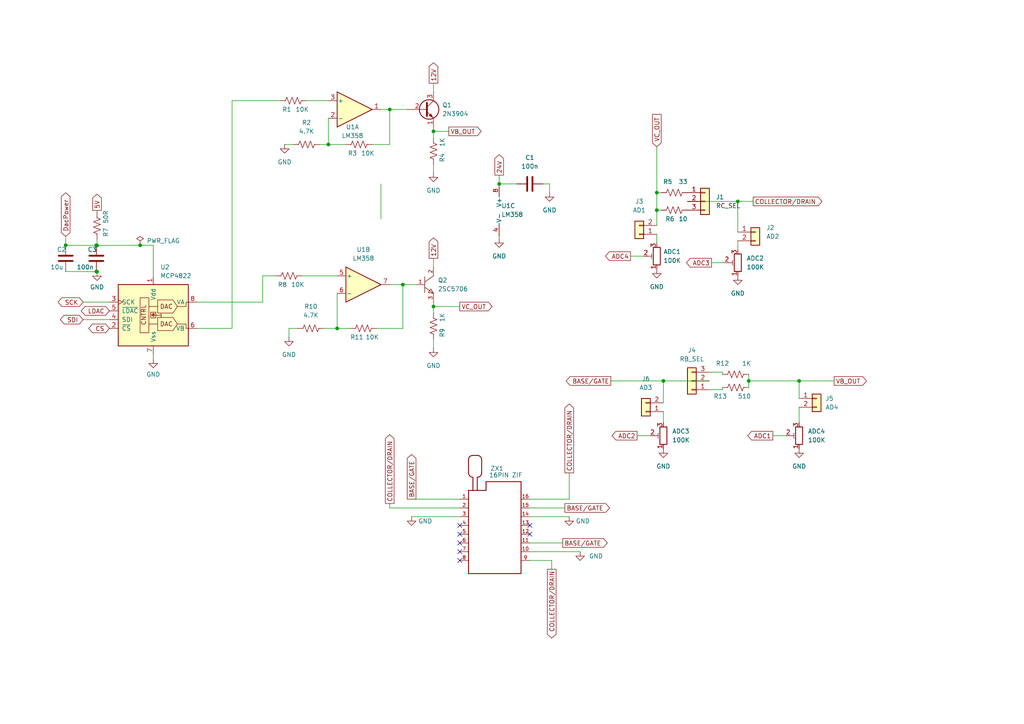
<source format=kicad_sch>
(kicad_sch (version 20211123) (generator eeschema)
  (paper "A4")
  (lib_symbols
    (symbol "Amplifier_Operational:LM358" (pin_names (offset 0.127))
      (property "Reference" "U" (at 0 5.08 0))
      (property "Value" "LM358" (at 0 -5.08 0))
      (symbol "LM358_1_1"
        (polyline (pts (xy -5.08 5.08) (xy 5.08 0) (xy -5.08 -5.08) (xy -5.08 5.08)) (stroke (width 0.254)) (fill (type background)))
        (pin output line (at 7.62 0 180) (length 2.54) (name "~") (number "1"))
        (pin input line (at -7.62 -2.54 0) (length 2.54) (name "-") (number "2"))
        (pin input line (at -7.62 2.54 0) (length 2.54) (name "+") (number "3"))
      )
      (symbol "LM358_2_1"
        (polyline (pts (xy -5.08 5.08) (xy 5.08 0) (xy -5.08 -5.08) (xy -5.08 5.08)) (stroke (width 0.254)) (fill (type background)))
        (pin input line (at -7.62 2.54 0) (length 2.54) (name "+") (number "5"))
        (pin input line (at -7.62 -2.54 0) (length 2.54) (name "-") (number "6"))
        (pin output line (at 7.62 0 180) (length 2.54) (name "~") (number "7"))
      )
      (symbol "LM358_3_1"
        (pin power_in line (at -2.54 -7.62 90) (length 3.81) (name "V-") (number "4"))
        (pin power_in line (at -2.54 7.62 270) (length 3.81) (name "V+") (number "8"))
      )
    )
    (symbol "Analog_DAC:MCP4822" (pin_names (offset 1.016))
      (property "Reference" "U" (at -2.54 10.795 0))
      (property "Value" "MCP4822" (at -2.54 8.89 0))
      (symbol "MCP4822_0_0"
        (polyline (pts (xy 0 -1.778) (xy 0 -0.635)))
        (polyline (pts (xy 0.381 -0.889) (xy 0.508 -0.762)))
        (polyline (pts (xy 2.286 -1.143) (xy 2.286 -1.905)))
        (polyline (pts (xy 0.381 -0.889) (xy -0.381 -0.889) (xy -0.508 -1.016)))
        (polyline (pts (xy 0.762 -1.27) (xy 2.286 -1.27) (xy 2.286 -0.762)))
        (polyline (pts (xy 0 -0.889) (xy 0.508 -1.397) (xy -0.508 -1.397) (xy 0 -0.889)))
        (polyline (pts (xy 6.985 -3.81) (xy 9.525 -3.81) (xy 9.525 -5.08) (xy 10.16 -5.08)))
        (polyline (pts (xy 6.985 1.27) (xy 9.525 1.27) (xy 9.525 2.54) (xy 10.16 2.54)))
        (rectangle (start 0.762 -0.381) (end -0.762 -2.032))
        (text "CNTRL" (at -2.032 -4.191 900) (effects (font (size 1.27 1.27)) (justify left bottom)))
        (text "DAC" (at 3.81 -3.81 0) (effects (font (size 1.27 1.27))))
        (text "DAC" (at 3.81 1.27 0) (effects (font (size 1.27 1.27))))
      )
      (symbol "MCP4822_0_1"
        (rectangle (start -10.16 7.62) (end 10.16 -10.16) (stroke (width 0.254)) (fill (type background)))
        (rectangle (start -1.27 -6.35) (end -3.81 3.81))
        (polyline (pts (xy 1.27 -3.81) (xy -1.27 -3.81)))
        (polyline (pts (xy 1.27 1.27) (xy -1.27 1.27)))
        (polyline (pts (xy 6.985 -3.81) (xy 5.715 -1.905) (xy 1.27 -1.905) (xy 1.27 -5.715) (xy 5.715 -5.715) (xy 6.985 -3.81)))
        (polyline (pts (xy 6.985 1.27) (xy 5.715 3.175) (xy 1.27 3.175) (xy 1.27 -0.635) (xy 5.715 -0.635) (xy 6.985 1.27)))
      )
      (symbol "MCP4822_1_1"
        (pin power_in line (at 0 10.16 270) (length 2.54) (name "Vdd") (number "1"))
        (pin input line (at -12.7 -5.08 0) (length 2.54) (name "~{CS}") (number "2"))
        (pin input clock (at -12.7 2.54 0) (length 2.54) (name "SCK") (number "3"))
        (pin input line (at -12.7 -2.54 0) (length 2.54) (name "SDI") (number "4"))
        (pin input line (at -12.7 0 0) (length 2.54) (name "~{LDAC}") (number "5"))
        (pin output line (at 12.7 -5.08 180) (length 2.54) (name "VB") (number "6"))
        (pin power_in line (at 0 -12.7 90) (length 2.54) (name "Vss") (number "7"))
        (pin output line (at 12.7 2.54 180) (length 2.54) (name "VA") (number "8"))
      )
    )
    (symbol "Connector_Generic:Conn_01x02" (pin_names (offset 1.016) hide)
      (property "Reference" "J" (at 0 2.54 0))
      (property "Value" "Conn_01x02" (at 0 -5.08 0))
      (symbol "Conn_01x02_1_1"
        (rectangle (start -1.27 -2.413) (end 0 -2.667) (stroke (width 0.1524)))
        (rectangle (start -1.27 0.127) (end 0 -0.127) (stroke (width 0.1524)))
        (rectangle (start -1.27 1.27) (end 1.27 -3.81) (stroke (width 0.254)) (fill (type background)))
        (pin passive line (at -5.08 0 0) (length 3.81) (name "Pin_1") (number "1"))
        (pin passive line (at -5.08 -2.54 0) (length 3.81) (name "Pin_2") (number "2"))
      )
    )
    (symbol "Connector_Generic:Conn_01x03" (pin_names (offset 1.016) hide)
      (property "Reference" "J" (at 0 5.08 0))
      (property "Value" "Conn_01x03" (at 0 -5.08 0))
      (symbol "Conn_01x03_1_1"
        (rectangle (start -1.27 -2.413) (end 0 -2.667) (stroke (width 0.1524)))
        (rectangle (start -1.27 0.127) (end 0 -0.127) (stroke (width 0.1524)))
        (rectangle (start -1.27 2.667) (end 0 2.413) (stroke (width 0.1524)))
        (rectangle (start -1.27 3.81) (end 1.27 -3.81) (stroke (width 0.254)) (fill (type background)))
        (pin passive line (at -5.08 2.54 0) (length 3.81) (name "Pin_1") (number "1"))
        (pin passive line (at -5.08 0 0) (length 3.81) (name "Pin_2") (number "2"))
        (pin passive line (at -5.08 -2.54 0) (length 3.81) (name "Pin_3") (number "3"))
      )
    )
    (symbol "Custom_RF:16Pin ZIF" (pin_names (offset 1.016))
      (property "Reference" "ZX" (at 0 13.97 0))
      (property "Value" "16Pin ZIF" (at -7.62 -17.78 0))
      (symbol "16Pin ZIF_0_0"
        (arc (start -7.62 15.24) (mid -7.248 14.342) (end -6.35 13.97) (stroke (width 0.254)))
        (arc (start -6.35 20.32) (mid -7.248 19.948) (end -7.62 19.05) (stroke (width 0.254)))
        (arc (start -5.08 13.97) (mid -4.182 14.342) (end -3.81 15.24) (stroke (width 0.254)))
        (arc (start -3.81 19.05) (mid -4.182 19.948) (end -5.08 20.32) (stroke (width 0.254)))
        (polyline (pts (xy -7.62 -13.97) (xy 7.62 -13.97)) (stroke (width 0.254)))
        (polyline (pts (xy -7.62 10.16) (xy -7.62 -13.97)) (stroke (width 0.254)))
        (polyline (pts (xy -7.62 15.24) (xy -7.62 19.05)) (stroke (width 0.254)))
        (polyline (pts (xy -6.35 10.16) (xy -7.62 10.16)) (stroke (width 0.254)))
        (polyline (pts (xy -6.35 10.16) (xy -6.35 13.97)) (stroke (width 0.254)))
        (polyline (pts (xy -6.35 20.32) (xy -5.08 20.32)) (stroke (width 0.254)))
        (polyline (pts (xy -5.08 10.16) (xy -6.35 10.16)) (stroke (width 0.254)))
        (polyline (pts (xy -5.08 13.97) (xy -5.08 10.16)) (stroke (width 0.254)))
        (polyline (pts (xy -3.81 19.05) (xy -3.81 15.24)) (stroke (width 0.254)))
        (polyline (pts (xy -2.54 10.16) (xy -5.08 10.16)) (stroke (width 0.254)))
        (polyline (pts (xy -2.54 12.7) (xy -2.54 10.16)) (stroke (width 0.254)))
        (polyline (pts (xy 7.62 -13.97) (xy 7.62 12.7)) (stroke (width 0.254)))
        (polyline (pts (xy 7.62 12.7) (xy -2.54 12.7)) (stroke (width 0.254)))
        (pin passive line (at -10.16 7.62 0) (length 2.54) (name "~") (number "1"))
        (pin passive line (at 10.16 -7.62 180) (length 2.54) (name "~") (number "10"))
        (pin passive line (at 10.16 -5.08 180) (length 2.54) (name "~") (number "11"))
        (pin passive line (at 10.16 -2.54 180) (length 2.54) (name "~") (number "12"))
        (pin passive line (at 10.16 0 180) (length 2.54) (name "~") (number "13"))
        (pin passive line (at 10.16 2.54 180) (length 2.54) (name "~") (number "14"))
        (pin passive line (at 10.16 5.08 180) (length 2.54) (name "~") (number "15"))
        (pin passive line (at 10.16 7.62 180) (length 2.54) (name "~") (number "16"))
        (pin passive line (at -10.16 5.08 0) (length 2.54) (name "~") (number "2"))
        (pin passive line (at -10.16 2.54 0) (length 2.54) (name "~") (number "3"))
        (pin passive line (at -10.16 0 0) (length 2.54) (name "~") (number "4"))
        (pin passive line (at -10.16 -2.54 0) (length 2.54) (name "~") (number "5"))
        (pin passive line (at -10.16 -5.08 0) (length 2.54) (name "~") (number "6"))
        (pin passive line (at -10.16 -7.62 0) (length 2.54) (name "~") (number "7"))
        (pin passive line (at -10.16 -10.16 0) (length 2.54) (name "~") (number "8"))
        (pin passive line (at 10.16 -10.16 180) (length 2.54) (name "~") (number "9"))
      )
    )
    (symbol "Custom_RF:2SC5706-E" (pin_names (offset 1.016))
      (property "Reference" "Q" (at 0 7.62 0))
      (property "Value" "2SC5706-E" (at 0 10.16 0))
      (symbol "2SC5706-E_1_1"
        (polyline (pts (xy 2.54 -0.762) (xy 5.08 -2.54)))
        (polyline (pts (xy 2.54 2.286) (xy 2.54 -2.286)))
        (polyline (pts (xy 5.08 2.54) (xy 2.54 0.762)))
        (polyline (pts (xy 4.318 -1.27) (xy 3.556 -2.286) (xy 5.08 -2.54) (xy 4.318 -1.27)))
        (pin passive line (at 0 0 0) (length 2.54) (name "B") (number "1"))
        (pin passive line (at 5.08 5.08 270) (length 2.54) (name "C") (number "2"))
        (pin passive line (at 5.08 -5.08 90) (length 2.54) (name "E") (number "3"))
      )
    )
    (symbol "Device:C" (pin_numbers hide) (pin_names (offset 0.254))
      (property "Reference" "C" (at 0.635 2.54 0))
      (property "Value" "C" (at 0.635 -2.54 0))
      (symbol "C_0_1"
        (polyline (pts (xy -2.032 -0.762) (xy 2.032 -0.762)) (stroke (width 0.508)))
        (polyline (pts (xy -2.032 0.762) (xy 2.032 0.762)) (stroke (width 0.508)))
      )
      (symbol "C_1_1"
        (pin passive line (at 0 3.81 270) (length 2.794) (name "~") (number "1"))
        (pin passive line (at 0 -3.81 90) (length 2.794) (name "~") (number "2"))
      )
    )
    (symbol "Device:R_Potentiometer_Trim" (pin_names (offset 1.016) hide)
      (property "Reference" "RV" (at -4.445 0 90))
      (property "Value" "R_Potentiometer_Trim" (at -2.54 0 90))
      (symbol "R_Potentiometer_Trim_0_1"
        (polyline (pts (xy 1.524 0.762) (xy 1.524 -0.762)))
        (polyline (pts (xy 2.54 0) (xy 1.524 0)))
        (rectangle (start 1.016 2.54) (end -1.016 -2.54) (stroke (width 0.254)))
      )
      (symbol "R_Potentiometer_Trim_1_1"
        (pin passive line (at 0 3.81 270) (length 1.27) (name "1") (number "1"))
        (pin passive line (at 3.81 0 180) (length 1.27) (name "2") (number "2"))
        (pin passive line (at 0 -3.81 90) (length 1.27) (name "3") (number "3"))
      )
    )
    (symbol "Device:R_US" (pin_numbers hide) (pin_names (offset 0))
      (property "Reference" "R" (at 2.54 0 90))
      (property "Value" "R_US" (at -2.54 0 90))
      (symbol "R_US_0_1"
        (polyline (pts (xy 0 -2.286) (xy 0 -2.54)))
        (polyline (pts (xy 0 2.286) (xy 0 2.54)))
        (polyline (pts (xy 0 -0.762) (xy 1.016 -1.143) (xy 0 -1.524) (xy -1.016 -1.905) (xy 0 -2.286)))
        (polyline (pts (xy 0 0.762) (xy 1.016 0.381) (xy 0 0) (xy -1.016 -0.381) (xy 0 -0.762)))
        (polyline (pts (xy 0 2.286) (xy 1.016 1.905) (xy 0 1.524) (xy -1.016 1.143) (xy 0 0.762)))
      )
      (symbol "R_US_1_1"
        (pin passive line (at 0 3.81 270) (length 1.27) (name "~") (number "1"))
        (pin passive line (at 0 -3.81 90) (length 1.27) (name "~") (number "2"))
      )
    )
    (symbol "Transistor_BJT:2N3904" (pin_names (offset 0) hide)
      (property "Reference" "Q" (at 5.08 1.905 0))
      (property "Value" "2N3904" (at 5.08 0 0))
      (symbol "2N3904_0_1"
        (polyline (pts (xy 0.635 0.635) (xy 2.54 2.54)))
        (polyline (pts (xy 0.635 -0.635) (xy 2.54 -2.54) (xy 2.54 -2.54)))
        (polyline (pts (xy 0.635 1.905) (xy 0.635 -1.905) (xy 0.635 -1.905)) (stroke (width 0.508)))
        (polyline (pts (xy 1.27 -1.778) (xy 1.778 -1.27) (xy 2.286 -2.286) (xy 1.27 -1.778) (xy 1.27 -1.778)) (fill (type outline)))
        (circle (center 1.27 0) (radius 2.8194) (stroke (width 0.254)))
      )
      (symbol "2N3904_1_1"
        (pin passive line (at 2.54 -5.08 90) (length 2.54) (name "E") (number "1"))
        (pin passive line (at -5.08 0 0) (length 5.715) (name "B") (number "2"))
        (pin passive line (at 2.54 5.08 270) (length 2.54) (name "C") (number "3"))
      )
    )
    (symbol "power:GND" (power) (pin_names (offset 0))
      (property "Value" "GND" (at 0 -3.81 0))
      (symbol "GND_0_1"
        (polyline (pts (xy 0 0) (xy 0 -1.27) (xy 1.27 -1.27) (xy 0 -2.54) (xy -1.27 -1.27) (xy 0 -1.27)))
      )
      (symbol "GND_1_1"
        (pin power_in line (at 0 0 270) (length 0) hide (name "GND") (number "1"))
      )
    )
    (symbol "power:PWR_FLAG" (power) (pin_numbers hide) (pin_names (offset 0) hide)
      (property "Value" "PWR_FLAG" (at 0 3.81 0))
      (symbol "PWR_FLAG_0_0"
        (pin power_out line (at 0 0 90) (length 0) (name "pwr") (number "1"))
      )
      (symbol "PWR_FLAG_0_1"
        (polyline (pts (xy 0 0) (xy 0 1.27) (xy -1.016 1.905) (xy 0 2.54) (xy 1.016 1.905) (xy 0 1.27)))
      )
    )
  )
  (junction (at 190.5 60.96))
  (junction (at 27.94 78.74))
  (junction (at 144.78 53.34))
  (junction (at 95.25 41.91))
  (junction (at 116.84 82.55))
  (junction (at 27.94 71.12))
  (junction (at 125.73 88.9))
  (junction (at 28.1432 78.8162))
  (junction (at 28.1432 71.1962))
  (junction (at 192.405 110.49))
  (junction (at 19.05 71.12))
  (junction (at 125.73 38.1))
  (junction (at 190.5 55.88))
  (junction (at 97.79 95.25))
  (junction (at 231.775 110.49))
  (junction (at 40.64 71.12))
  (junction (at 113.03 31.75))
  (junction (at 213.995 58.42))
  (junction (at 217.17 110.49))
  (no_connect (at 153.67 152.4))
  (no_connect (at 133.35 160.02))
  (no_connect (at 133.35 157.48))
  (no_connect (at 133.35 162.56))
  (no_connect (at 153.67 154.94))
  (no_connect (at 133.35 152.4))
  (no_connect (at 133.35 154.94))
  (wire (pts (xy 192.405 119.38) (xy 192.405 122.555)))
  (wire (pts (xy 95.25 41.91) (xy 100.33 41.91)))
  (wire (pts (xy 165.1 144.78) (xy 153.67 144.78)))
  (wire (pts (xy 113.03 82.55) (xy 116.84 82.55)))
  (wire (pts (xy 24.13 87.63) (xy 31.75 87.63)))
  (wire (pts (xy 67.31 29.21) (xy 67.31 95.25)))
  (wire (pts (xy 27.94 71.12) (xy 28.1432 71.1962)))
  (wire (pts (xy 177.165 110.49) (xy 192.405 110.49)))
  (wire (pts (xy 97.79 85.09) (xy 97.79 95.25)))
  (wire (pts (xy 125.73 87.63) (xy 125.73 88.9)))
  (wire (pts (xy 159.385 53.34) (xy 159.385 55.88)))
  (wire (pts (xy 119.38 144.78) (xy 133.35 144.78)))
  (wire (pts (xy 163.195 157.48) (xy 153.67 157.48)))
  (wire (pts (xy 149.86 53.34) (xy 144.78 53.34)))
  (wire (pts (xy 190.5 55.88) (xy 190.5 60.96)))
  (wire (pts (xy 144.78 68.58) (xy 144.78 69.215)))
  (wire (pts (xy 109.22 95.25) (xy 116.84 95.25)))
  (wire (pts (xy 113.03 41.91) (xy 107.95 41.91)))
  (wire (pts (xy 80.01 80.01) (xy 76.2 80.01)))
  (wire (pts (xy 163.83 147.32) (xy 153.67 147.32)))
  (wire (pts (xy 110.49 31.75) (xy 113.03 31.75)))
  (wire (pts (xy 213.995 58.42) (xy 213.995 67.31)))
  (wire (pts (xy 19.05 68.58) (xy 19.05 71.12)))
  (wire (pts (xy 205.74 107.95) (xy 209.55 107.95)))
  (wire (pts (xy 113.03 31.75) (xy 113.03 41.91)))
  (wire (pts (xy 125.73 36.83) (xy 125.73 38.1)))
  (wire (pts (xy 190.5 60.96) (xy 190.5 65.405)))
  (wire (pts (xy 95.25 34.29) (xy 95.25 41.91)))
  (wire (pts (xy 217.17 110.49) (xy 231.775 110.49)))
  (wire (pts (xy 209.55 113.03) (xy 209.55 112.395)))
  (wire (pts (xy 213.995 58.42) (xy 218.44 58.42)))
  (wire (pts (xy 125.73 38.1) (xy 130.175 38.1)))
  (wire (pts (xy 125.73 74.93) (xy 125.73 77.47)))
  (wire (pts (xy 57.15 87.63) (xy 76.2 87.63)))
  (wire (pts (xy 165.1 137.16) (xy 165.1 144.78)))
  (wire (pts (xy 119.38 149.86) (xy 133.35 149.86)))
  (wire (pts (xy 231.775 115.57) (xy 231.775 110.49)))
  (wire (pts (xy 192.405 110.49) (xy 205.74 110.49)))
  (wire (pts (xy 125.73 38.1) (xy 125.73 40.005)))
  (wire (pts (xy 125.73 47.625) (xy 125.73 50.165)))
  (wire (pts (xy 192.405 110.49) (xy 192.405 116.84)))
  (wire (pts (xy 86.36 95.25) (xy 83.82 95.25)))
  (wire (pts (xy 190.5 42.545) (xy 190.5 55.88)))
  (wire (pts (xy 116.84 82.55) (xy 120.65 82.55)))
  (wire (pts (xy 213.995 69.85) (xy 213.995 72.39)))
  (wire (pts (xy 88.9 29.21) (xy 95.25 29.21)))
  (wire (pts (xy 28.1432 71.1962) (xy 40.64 71.12)))
  (wire (pts (xy 125.73 24.13) (xy 125.73 26.67)))
  (wire (pts (xy 28.1432 61.0362) (xy 28.1432 61.6712)))
  (wire (pts (xy 44.45 104.14) (xy 44.45 102.87)))
  (wire (pts (xy 165.1 149.86) (xy 153.67 149.86)))
  (wire (pts (xy 67.31 29.21) (xy 81.28 29.21)))
  (wire (pts (xy 83.82 95.25) (xy 83.82 97.79)))
  (wire (pts (xy 82.55 41.91) (xy 85.09 41.91)))
  (wire (pts (xy 113.03 146.05) (xy 113.03 147.32)))
  (wire (pts (xy 168.275 160.02) (xy 153.67 160.02)))
  (wire (pts (xy 44.45 80.01) (xy 44.45 71.12)))
  (wire (pts (xy 116.84 95.25) (xy 116.84 82.55)))
  (wire (pts (xy 205.74 113.03) (xy 209.55 113.03)))
  (wire (pts (xy 113.03 31.75) (xy 118.11 31.75)))
  (wire (pts (xy 110.49 53.34) (xy 110.49 63.5)))
  (wire (pts (xy 157.48 53.34) (xy 159.385 53.34)))
  (wire (pts (xy 92.71 41.91) (xy 95.25 41.91)))
  (wire (pts (xy 93.98 95.25) (xy 97.79 95.25)))
  (wire (pts (xy 153.67 162.56) (xy 160.02 162.56)))
  (wire (pts (xy 144.78 50.8) (xy 144.78 53.34)))
  (wire (pts (xy 125.73 88.9) (xy 133.35 88.9)))
  (wire (pts (xy 188.595 126.365) (xy 184.785 126.365)))
  (wire (pts (xy 113.03 147.32) (xy 133.35 147.32)))
  (wire (pts (xy 24.13 92.71) (xy 31.75 92.71)))
  (wire (pts (xy 231.775 110.49) (xy 241.935 110.49)))
  (wire (pts (xy 125.73 98.425) (xy 125.73 100.965)))
  (wire (pts (xy 97.79 95.25) (xy 101.6 95.25)))
  (wire (pts (xy 19.05 71.12) (xy 28.1432 71.1962)))
  (wire (pts (xy 28.1432 69.2912) (xy 28.1432 71.1962)))
  (wire (pts (xy 199.39 58.42) (xy 213.995 58.42)))
  (wire (pts (xy 209.55 107.95) (xy 209.55 108.585)))
  (wire (pts (xy 217.17 110.49) (xy 217.17 112.395)))
  (wire (pts (xy 231.775 122.555) (xy 231.775 118.11)))
  (wire (pts (xy 190.5 55.88) (xy 191.77 55.88)))
  (wire (pts (xy 227.965 126.365) (xy 224.155 126.365)))
  (wire (pts (xy 217.17 108.585) (xy 217.17 110.49)))
  (wire (pts (xy 190.5 67.945) (xy 190.5 70.485)))
  (wire (pts (xy 125.73 88.9) (xy 125.73 90.805)))
  (wire (pts (xy 160.02 162.56) (xy 160.02 165.1)))
  (wire (pts (xy 186.69 74.295) (xy 182.88 74.295)))
  (wire (pts (xy 76.2 80.01) (xy 76.2 87.63)))
  (wire (pts (xy 44.45 71.12) (xy 40.64 71.12)))
  (wire (pts (xy 19.05 78.74) (xy 28.1432 78.8162)))
  (wire (pts (xy 87.63 80.01) (xy 97.79 80.01)))
  (wire (pts (xy 67.31 95.25) (xy 57.15 95.25)))
  (wire (pts (xy 190.5 60.96) (xy 191.77 60.96)))
  (wire (pts (xy 27.94 78.74) (xy 28.1432 78.8162)))
  (wire (pts (xy 210.185 76.2) (xy 206.375 76.2)))
  (global_label "ADC1" (shape output) (at 224.155 126.365 180) (property "Intersheet References" "${INTERSHEET_REFS}" (effects hide)))
  (global_label "VB_OUT" (shape output) (at 130.175 38.1 0) (property "Intersheet References" "${INTERSHEET_REFS}" (effects hide)))
  (global_label "5V" (shape output) (at 28.1432 61.0362 90) (property "Intersheet References" "${INTERSHEET_REFS}" (effects hide)))
  (global_label "12V" (shape output) (at 125.73 74.93 90) (property "Intersheet References" "${INTERSHEET_REFS}" (effects hide)))
  (global_label "BASE{slash}GATE" (shape output) (at 163.83 147.32 0) (property "Intersheet References" "${INTERSHEET_REFS}" (effects hide)))
  (global_label "BASE{slash}GATE" (shape output) (at 163.195 157.48 0) (property "Intersheet References" "${INTERSHEET_REFS}" (effects hide)))
  (global_label "12V" (shape output) (at 125.73 24.13 90) (property "Intersheet References" "${INTERSHEET_REFS}" (effects hide)))
  (global_label "COLLECTOR{slash}DRAIN" (shape output) (at 218.44 58.42 0) (property "Intersheet References" "${INTERSHEET_REFS}" (effects hide)))
  (global_label "BASE{slash}GATE" (shape output) (at 177.165 110.49 180) (property "Intersheet References" "${INTERSHEET_REFS}" (effects hide)))
  (global_label "LDAC" (shape bidirectional) (at 31.75 90.17 180) (property "Intersheet References" "${INTERSHEET_REFS}" (effects hide)))
  (global_label "VC_OUT" (shape output) (at 133.35 88.9 0) (property "Intersheet References" "${INTERSHEET_REFS}" (effects hide)))
  (global_label "24V" (shape output) (at 144.78 50.8 90) (property "Intersheet References" "${INTERSHEET_REFS}" (effects hide)))
  (global_label "SCK" (shape bidirectional) (at 24.13 87.63 180) (property "Intersheet References" "${INTERSHEET_REFS}" (effects hide)))
  (global_label "ADC3" (shape output) (at 206.375 76.2 180) (property "Intersheet References" "${INTERSHEET_REFS}" (effects hide)))
  (global_label "COLLECTOR{slash}DRAIN" (shape output) (at 160.02 165.1 270) (property "Intersheet References" "${INTERSHEET_REFS}" (effects hide)))
  (global_label "VB_OUT" (shape output) (at 241.935 110.49 0) (property "Intersheet References" "${INTERSHEET_REFS}" (effects hide)))
  (global_label "ADC4" (shape output) (at 182.88 74.295 180) (property "Intersheet References" "${INTERSHEET_REFS}" (effects hide)))
  (global_label "COLLECTOR{slash}DRAIN" (shape output) (at 113.03 146.05 90) (property "Intersheet References" "${INTERSHEET_REFS}" (effects hide)))
  (global_label "CS" (shape bidirectional) (at 31.75 95.25 180) (property "Intersheet References" "${INTERSHEET_REFS}" (effects hide)))
  (global_label "SDI" (shape bidirectional) (at 24.13 92.71 180) (property "Intersheet References" "${INTERSHEET_REFS}" (effects hide)))
  (global_label "COLLECTOR{slash}DRAIN" (shape output) (at 165.1 137.16 90) (property "Intersheet References" "${INTERSHEET_REFS}" (effects hide)))
  (global_label "BASE{slash}GATE" (shape output) (at 119.38 144.78 90) (property "Intersheet References" "${INTERSHEET_REFS}" (effects hide)))
  (global_label "VC_OUT" (shape input) (at 190.5 42.545 90) (property "Intersheet References" "${INTERSHEET_REFS}" (effects hide)))
  (global_label "ADC2" (shape output) (at 184.785 126.365 180) (property "Intersheet References" "${INTERSHEET_REFS}" (effects hide)))
  (global_label "DacPower" (shape bidirectional) (at 19.05 68.58 90) (property "Intersheet References" "${INTERSHEET_REFS}" (effects hide)))
  (symbol (lib_id "Device:C") (at 27.94 74.93 180) (unit 1)
    (property "Reference" "C3" (at 25.4 72.39 0) (effects (justify right)))
    (property "Value" "100n" (at 22.225 77.47 0) (effects (justify right)))
    (property "Footprint" "Capacitor_SMD:C_1206_3216Metric" (effects hide))
  )
  (symbol (lib_id "Device:R_US") (at 105.41 95.25 90) (unit 1)
    (property "Reference" "R11" (at 103.505 97.79 90))
    (property "Value" "10K" (at 107.95 97.79 90))
    (property "Footprint" "Resistor_SMD:R_1206_3216Metric" (effects hide))
  )
  (symbol (lib_id "power:GND") (at 28.1432 78.8162 0) (unit 1)
    (property "Reference" "#PWR06" (effects hide))
    (property "Value" "GND" (at 28.1432 83.2612 0))
  )
  (symbol (lib_id "power:GND") (at 159.385 55.88 0) (unit 1)
    (property "Reference" "#PWR03" (effects hide))
    (property "Value" "GND" (at 159.385 60.96 0))
  )
  (symbol (lib_id "Device:R_US") (at 28.1432 65.4812 180) (unit 1)
    (property "Reference" "R7" (at 30.6832 67.3862 90))
    (property "Value" "50R" (at 30.6832 62.9412 90))
    (property "Footprint" "Resistor_SMD:R_1206_3216Metric" (effects hide))
  )
  (symbol (lib_id "Device:R_US") (at 213.36 108.585 90) (unit 1)
    (property "Reference" "R12" (at 209.55 105.41 90))
    (property "Value" "1K" (at 216.535 105.41 90))
    (property "Footprint" "Resistor_SMD:R_1206_3216Metric" (effects hide))
  )
  (symbol (lib_id "Connector_Generic:Conn_01x02") (at 219.075 67.31 0) (unit 1)
    (property "Reference" "J2" (at 222.25 66.0399 0) (effects (justify left)))
    (property "Value" "AD2" (at 222.25 68.5799 0) (effects (justify left)))
    (property "Footprint" "Connector_PinHeader_2.54mm:PinHeader_1x02_P2.54mm_Vertical" (effects hide))
  )
  (symbol (lib_id "Connector_Generic:Conn_01x02") (at 187.325 119.38 180) (unit 1)
    (property "Reference" "J6" (at 187.325 109.855 0))
    (property "Value" "AD3" (at 187.325 112.395 0))
    (property "Footprint" "Connector_PinHeader_2.54mm:PinHeader_1x02_P2.54mm_Vertical" (effects hide))
  )
  (symbol (lib_id "power:GND") (at 144.78 69.215 0) (unit 1)
    (property "Reference" "#PWR04" (effects hide))
    (property "Value" "GND" (at 144.78 74.295 0))
  )
  (symbol (lib_id "power:GND") (at 168.275 160.02 0) (unit 1)
    (property "Reference" "#PWR015" (effects hide))
    (property "Value" "GND" (at 170.815 161.2899 0) (effects (justify left)))
  )
  (symbol (lib_id "Amplifier_Operational:LM358") (at 105.41 82.55 0) (unit 2)
    (property "Reference" "U1" (at 105.41 72.39 0))
    (property "Value" "LM358" (at 105.41 74.93 0))
    (property "Footprint" "Package_DIP:DIP-8_W7.62mm_Socket" (effects hide))
    (property "Datasheet" "http://www.ti.com/lit/ds/symlink/lm2904-n.pdf" (effects hide))
  )
  (symbol (lib_id "power:GND") (at 213.995 80.01 0) (unit 1)
    (property "Reference" "#PWR07" (effects hide))
    (property "Value" "GND" (at 213.995 85.09 0))
  )
  (symbol (lib_id "Connector_Generic:Conn_01x03") (at 204.47 58.42 0) (unit 1)
    (property "Reference" "J1" (at 207.645 57.1499 0) (effects (justify left)))
    (property "Value" "RC_SEL" (at 207.645 59.6899 0) (effects (justify left)))
    (property "Footprint" "Connector_PinHeader_2.54mm:PinHeader_1x03_P2.54mm_Vertical" (effects hide))
  )
  (symbol (lib_id "Device:R_Potentiometer_Trim") (at 192.405 126.365 180) (unit 1)
    (property "Reference" "ADC3" (at 194.945 125.0949 0) (effects (justify right)))
    (property "Value" "100K" (at 194.945 127.6349 0) (effects (justify right)))
    (property "Footprint" "Potentiometer_THT:Potentiometer_Bourns_3296W_Vertical" (effects hide))
  )
  (symbol (lib_id "power:GND") (at 165.1 149.86 0) (unit 1)
    (property "Reference" "#PWR014" (effects hide))
    (property "Value" "GND" (at 167.005 151.1299 0) (effects (justify left)))
  )
  (symbol (lib_id "Connector_Generic:Conn_01x02") (at 185.42 67.945 180) (unit 1)
    (property "Reference" "J3" (at 185.42 58.42 0))
    (property "Value" "AD1" (at 185.42 60.96 0))
    (property "Footprint" "Connector_PinHeader_2.54mm:PinHeader_1x02_P2.54mm_Vertical" (effects hide))
  )
  (symbol (lib_id "Device:C") (at 19.05 74.93 180) (unit 1)
    (property "Reference" "C2" (at 16.51 72.39 0) (effects (justify right)))
    (property "Value" "10u" (at 14.605 77.47 0) (effects (justify right)))
    (property "Footprint" "Capacitor_SMD:C_1206_3216Metric" (effects hide))
  )
  (symbol (lib_id "Connector_Generic:Conn_01x03") (at 200.66 110.49 180) (unit 1)
    (property "Reference" "J4" (at 200.66 101.6 0))
    (property "Value" "RB_SEL" (at 200.66 104.14 0))
    (property "Footprint" "Connector_PinHeader_2.54mm:PinHeader_1x03_P2.54mm_Vertical" (effects hide))
  )
  (symbol (lib_id "Device:R_Potentiometer_Trim") (at 213.995 76.2 180) (unit 1)
    (property "Reference" "ADC2" (at 216.535 74.9299 0) (effects (justify right)))
    (property "Value" "100K" (at 216.535 77.4699 0) (effects (justify right)))
    (property "Footprint" "Potentiometer_THT:Potentiometer_Bourns_3296W_Vertical" (effects hide))
  )
  (symbol (lib_id "power:GND") (at 125.73 50.165 0) (unit 1)
    (property "Reference" "#PWR02" (effects hide))
    (property "Value" "GND" (at 125.73 55.245 0))
  )
  (symbol (lib_id "power:GND") (at 83.82 97.79 0) (unit 1)
    (property "Reference" "#PWR08" (effects hide))
    (property "Value" "GND" (at 83.82 102.87 0))
  )
  (symbol (lib_id "Device:R_Potentiometer_Trim") (at 190.5 74.295 180) (unit 1)
    (property "Reference" "ADC1" (at 192.405 73.0249 0) (effects (justify right)))
    (property "Value" "100K" (at 192.405 75.5649 0) (effects (justify right)))
    (property "Footprint" "Potentiometer_THT:Potentiometer_Bourns_3296W_Vertical" (effects hide))
  )
  (symbol (lib_id "Device:R_US") (at 195.58 55.88 90) (unit 1)
    (property "Reference" "R5" (at 193.675 52.705 90))
    (property "Value" "33" (at 198.12 52.705 90))
    (property "Footprint" "Resistor_THT:R_Axial_DIN0411_L9.9mm_D3.6mm_P7.62mm_Vertical" (effects hide))
  )
  (symbol (lib_id "Device:C") (at 153.67 53.34 90) (unit 1)
    (property "Reference" "C1" (at 153.67 45.72 90))
    (property "Value" "100n" (at 153.67 48.26 90))
    (property "Footprint" "Capacitor_SMD:C_1206_3216Metric" (effects hide))
  )
  (symbol (lib_id "Device:R_Potentiometer_Trim") (at 231.775 126.365 180) (unit 1)
    (property "Reference" "ADC4" (at 234.315 125.0949 0) (effects (justify right)))
    (property "Value" "100K" (at 234.315 127.6349 0) (effects (justify right)))
    (property "Footprint" "Potentiometer_THT:Potentiometer_Bourns_3296W_Vertical" (effects hide))
  )
  (symbol (lib_id "Device:R_US") (at 83.82 80.01 90) (unit 1)
    (property "Reference" "R8" (at 81.915 82.55 90))
    (property "Value" "10K" (at 86.36 82.55 90))
    (property "Footprint" "Resistor_SMD:R_1206_3216Metric" (effects hide))
  )
  (symbol (lib_id "power:GND") (at 190.5 78.105 0) (unit 1)
    (property "Reference" "#PWR05" (effects hide))
    (property "Value" "GND" (at 190.5 83.185 0))
  )
  (symbol (lib_id "Device:R_US") (at 195.58 60.96 90) (unit 1)
    (property "Reference" "R6" (at 194.31 63.5 90))
    (property "Value" "10" (at 198.12 63.5 90))
    (property "Footprint" "Resistor_THT:R_Axial_DIN0411_L9.9mm_D3.6mm_P7.62mm_Vertical" (effects hide))
  )
  (symbol (lib_id "power:GND") (at 44.45 104.14 0) (unit 1)
    (property "Reference" "#PWR010" (effects hide))
    (property "Value" "GND" (at 44.45 108.585 0))
  )
  (symbol (lib_id "Amplifier_Operational:LM358") (at 102.87 31.75 0) (unit 1)
    (property "Reference" "U1" (at 102.235 36.83 0))
    (property "Value" "LM358" (at 102.235 39.37 0))
    (property "Footprint" "Package_DIP:DIP-8_W7.62mm_Socket" (effects hide))
    (property "Datasheet" "http://www.ti.com/lit/ds/symlink/lm2904-n.pdf" (effects hide))
  )
  (symbol (lib_id "Connector_Generic:Conn_01x02") (at 236.855 115.57 0) (unit 1)
    (property "Reference" "J5" (at 239.395 115.5699 0) (effects (justify left)))
    (property "Value" "AD4" (at 239.395 118.1099 0) (effects (justify left)))
    (property "Footprint" "Connector_PinHeader_2.54mm:PinHeader_1x02_P2.54mm_Vertical" (effects hide))
  )
  (symbol (lib_id "Custom_RF:16Pin ZIF") (at 143.51 152.4 0) (unit 1)
    (property "Reference" "ZX1" (at 144.145 135.89 0))
    (property "Value" "16PIN ZIF" (at 146.685 137.795 0))
    (property "Footprint" "Custom_RF:16Pin ZIF" (effects hide))
    (property "POPULARITY" "0" (effects hide))
    (property "OC_FARNELL" "1674399" (effects hide))
    (property "MF" "3M" (effects hide))
    (property "MPN" "216-3340-00-0602J" (effects hide))
    (property "OC_NEWARK" "85K7797" (effects hide))
  )
  (symbol (lib_id "power:GND") (at 119.38 149.86 0) (unit 1)
    (property "Reference" "#PWR013" (effects hide))
    (property "Value" "GND" (at 121.285 151.1299 0) (effects (justify left)))
  )
  (symbol (lib_id "power:GND") (at 231.775 130.175 0) (unit 1)
    (property "Reference" "#PWR012" (effects hide))
    (property "Value" "GND" (at 231.775 135.255 0))
  )
  (symbol (lib_id "Device:R_US") (at 90.17 95.25 90) (unit 1)
    (property "Reference" "R10" (at 90.17 88.9 90))
    (property "Value" "4.7K" (at 90.17 91.44 90))
    (property "Footprint" "Resistor_SMD:R_1206_3216Metric" (effects hide))
  )
  (symbol (lib_id "Device:R_US") (at 85.09 29.21 90) (unit 1)
    (property "Reference" "R1" (at 83.185 31.75 90))
    (property "Value" "10K" (at 87.63 31.75 90))
    (property "Footprint" "Resistor_SMD:R_1206_3216Metric" (effects hide))
  )
  (symbol (lib_id "Device:R_US") (at 125.73 94.615 180) (unit 1)
    (property "Reference" "R9" (at 128.27 96.52 90))
    (property "Value" "1K" (at 128.27 92.075 90))
    (property "Footprint" "Resistor_SMD:R_1206_3216Metric" (effects hide))
  )
  (symbol (lib_id "power:GND") (at 125.73 100.965 0) (unit 1)
    (property "Reference" "#PWR09" (effects hide))
    (property "Value" "GND" (at 125.73 106.045 0))
  )
  (symbol (lib_id "power:GND") (at 192.405 130.175 0) (unit 1)
    (property "Reference" "#PWR011" (effects hide))
    (property "Value" "GND" (at 192.405 135.255 0))
  )
  (symbol (lib_id "Device:R_US") (at 88.9 41.91 90) (unit 1)
    (property "Reference" "R2" (at 88.9 35.56 90))
    (property "Value" "4.7K" (at 88.9 38.1 90))
    (property "Footprint" "Resistor_SMD:R_1206_3216Metric" (effects hide))
  )
  (symbol (lib_id "Device:R_US") (at 104.14 41.91 90) (unit 1)
    (property "Reference" "R3" (at 102.235 44.45 90))
    (property "Value" "10K" (at 106.68 44.45 90))
    (property "Footprint" "Resistor_SMD:R_1206_3216Metric" (effects hide))
  )
  (symbol (lib_id "Device:R_US") (at 125.73 43.815 180) (unit 1)
    (property "Reference" "R4" (at 128.27 45.72 90))
    (property "Value" "1K" (at 128.27 41.275 90))
    (property "Footprint" "Resistor_SMD:R_1206_3216Metric" (effects hide))
  )
  (symbol (lib_id "Amplifier_Operational:LM358") (at 147.32 60.96 0) (unit 3)
    (property "Reference" "U1" (at 145.415 59.6899 0) (effects (justify left)))
    (property "Value" "LM358" (at 145.415 62.2299 0) (effects (justify left)))
    (property "Footprint" "Package_DIP:DIP-8_W7.62mm_Socket" (effects hide))
    (property "Datasheet" "http://www.ti.com/lit/ds/symlink/lm2904-n.pdf" (effects hide))
  )
  (symbol (lib_id "Custom_RF:2SC5706-E") (at 120.65 82.55 0) (unit 1)
    (property "Reference" "Q2" (at 127 81.2799 0) (effects (justify left)))
    (property "Value" "2SC5706" (at 127 83.8199 0) (effects (justify left)))
    (property "Footprint" "Custom_RF:2SC5706" (effects hide))
    (property "Datasheet" "http://www.onsemi.com/pub_link/Collateral/EN6912-D.PDF" (effects hide))
    (property "Component Link 1 Description" "Manufacturer URL" (effects hide))
    (property "Component Link 1 URL" "http://www.onsemi.com/" (effects hide))
    (property "Component Link 3 Description" "Package Specification" (effects hide))
    (property "Component Link 3 URL" "http://www.onsemi.cn/pub_link/Collateral/369AJ.PDF" (effects hide))
    (property "IC Continuous A" "5" (effects hide))
    (property "Mounting Technology" "Through Hole" (effects hide))
    (property "Package Description" "3-Pin Flange Mount, Vertical Straight Lead, Body 6.5 x 5.5 mm, Pitch 2.3 mm" (effects hide))
    (property "Package Version" "Rev. O, 01/2012" (effects hide))
    (property "Packing" "Bulk Bag" (effects hide))
    (property "Polarity" "NPN" (effects hide))
    (property "category" "Trans" (effects hide))
    (property "ciiva ids" "861379" (effects hide))
    (property "library id" "0f9a4dab6e0fcd82" (effects hide))
    (property "manufacturer" "On Semiconductor" (effects hide))
    (property "package" "IPAK-3-369AJ" (effects hide))
    (property "release date" "1406912380" (effects hide))
    (property "rohs" "Yes" (effects hide))
    (property "vault revision" "21FB8925-E1ED-4C34-A2E6-8E9C7F353C91" (effects hide))
    (property "imported" "yes" (effects hide))
  )
  (symbol (lib_id "Analog_DAC:MCP4822") (at 44.45 90.17 0) (unit 1)
    (property "Reference" "U2" (at 46.4694 77.47 0) (effects (justify left)))
    (property "Value" "MCP4822" (at 46.4694 80.01 0) (effects (justify left)))
    (property "Footprint" "Package_SO:SOIC-8_3.9x4.9mm_P1.27mm" (effects hide))
    (property "Datasheet" "http://ww1.microchip.com/downloads/en/DeviceDoc/20002249B.pdf" (effects hide))
  )
  (symbol (lib_id "Device:R_US") (at 213.36 112.395 90) (unit 1)
    (property "Reference" "R13" (at 208.915 114.935 90))
    (property "Value" "510" (at 215.9 114.935 90))
    (property "Footprint" "Resistor_SMD:R_1206_3216Metric" (effects hide))
  )
  (symbol (lib_id "Transistor_BJT:2N3904") (at 123.19 31.75 0) (unit 1)
    (property "Reference" "Q1" (at 128.27 30.4799 0) (effects (justify left)))
    (property "Value" "2N3904" (at 128.27 33.0199 0) (effects (justify left)))
    (property "Footprint" "Package_TO_SOT_THT:TO-92_Inline_Wide" (effects hide))
    (property "Datasheet" "https://www.onsemi.com/pub/Collateral/2N3903-D.PDF" (effects hide))
  )
  (symbol (lib_id "power:GND") (at 82.55 41.91 0) (unit 1)
    (property "Reference" "#PWR01" (effects hide))
    (property "Value" "GND" (at 82.55 46.99 0))
  )
  (symbol (lib_id "power:PWR_FLAG") (at 40.64 71.12 0) (unit 1)
    (property "Reference" "#FLG01" (effects hide))
    (property "Value" "PWR_FLAG" (at 42.545 69.8499 0) (effects (justify left)))
  )
)
</source>
